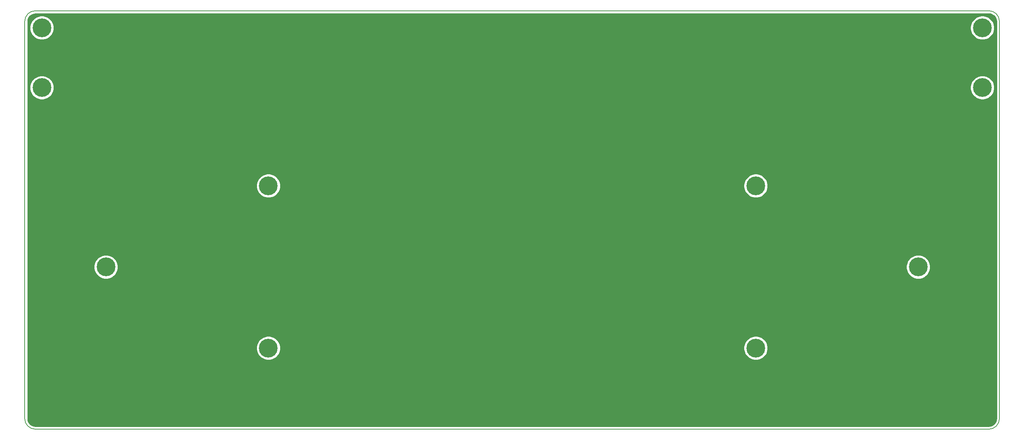
<source format=gbr>
%TF.GenerationSoftware,KiCad,Pcbnew,(5.1.2-1)-1*%
%TF.CreationDate,2019-08-21T16:13:26-07:00*%
%TF.ProjectId,plaid_bottom,706c6169-645f-4626-9f74-746f6d2e6b69,rev?*%
%TF.SameCoordinates,PX2faf080PY2faf080*%
%TF.FileFunction,Copper,L2,Bot*%
%TF.FilePolarity,Positive*%
%FSLAX46Y46*%
G04 Gerber Fmt 4.6, Leading zero omitted, Abs format (unit mm)*
G04 Created by KiCad (PCBNEW (5.1.2-1)-1) date 2019-08-21 16:13:26*
%MOMM*%
%LPD*%
G04 APERTURE LIST*
%ADD10C,0.150000*%
%ADD11C,4.400000*%
%ADD12C,0.254000*%
G04 APERTURE END LIST*
D10*
X2500000Y-98000000D02*
G75*
G02X0Y-95500000I0J2500000D01*
G01*
X228000000Y-95500000D02*
G75*
G02X225500000Y-98000000I-2500000J0D01*
G01*
X225500000Y0D02*
G75*
G02X228000000Y-2500000I0J-2500000D01*
G01*
X0Y-2500000D02*
G75*
G02X2500000Y0I2500000J0D01*
G01*
X0Y-95500000D02*
X0Y-2500000D01*
X225500000Y-98000000D02*
X2500000Y-98000000D01*
X228000000Y-2500000D02*
X228000000Y-95500000D01*
X194500000Y0D02*
X225500000Y0D01*
X194500000Y0D02*
X2500000Y0D01*
D11*
X4000000Y-4000000D03*
X4000000Y-18000000D03*
X224000000Y-4000000D03*
X224000000Y-18000000D03*
X19000000Y-60000000D03*
X57000000Y-41000000D03*
X57000000Y-79000000D03*
X171000000Y-41000000D03*
X171000000Y-79000000D03*
X209000000Y-60000000D03*
D12*
G36*
X225847018Y-747430D02*
G01*
X226180819Y-848211D01*
X226488687Y-1011907D01*
X226758896Y-1232284D01*
X226981157Y-1500952D01*
X227146995Y-1807663D01*
X227250104Y-2140753D01*
X227290000Y-2520341D01*
X227290001Y-95465270D01*
X227252571Y-95847016D01*
X227151789Y-96180818D01*
X226988093Y-96488687D01*
X226767716Y-96758897D01*
X226499052Y-96981154D01*
X226192337Y-97146995D01*
X225859246Y-97250104D01*
X225479659Y-97290000D01*
X2534720Y-97290000D01*
X2152984Y-97252571D01*
X1819182Y-97151789D01*
X1511313Y-96988093D01*
X1241103Y-96767716D01*
X1018846Y-96499052D01*
X853005Y-96192337D01*
X749896Y-95859246D01*
X710000Y-95479659D01*
X710000Y-78720777D01*
X54165000Y-78720777D01*
X54165000Y-79279223D01*
X54273948Y-79826939D01*
X54487656Y-80342876D01*
X54797912Y-80807207D01*
X55192793Y-81202088D01*
X55657124Y-81512344D01*
X56173061Y-81726052D01*
X56720777Y-81835000D01*
X57279223Y-81835000D01*
X57826939Y-81726052D01*
X58342876Y-81512344D01*
X58807207Y-81202088D01*
X59202088Y-80807207D01*
X59512344Y-80342876D01*
X59726052Y-79826939D01*
X59835000Y-79279223D01*
X59835000Y-78720777D01*
X168165000Y-78720777D01*
X168165000Y-79279223D01*
X168273948Y-79826939D01*
X168487656Y-80342876D01*
X168797912Y-80807207D01*
X169192793Y-81202088D01*
X169657124Y-81512344D01*
X170173061Y-81726052D01*
X170720777Y-81835000D01*
X171279223Y-81835000D01*
X171826939Y-81726052D01*
X172342876Y-81512344D01*
X172807207Y-81202088D01*
X173202088Y-80807207D01*
X173512344Y-80342876D01*
X173726052Y-79826939D01*
X173835000Y-79279223D01*
X173835000Y-78720777D01*
X173726052Y-78173061D01*
X173512344Y-77657124D01*
X173202088Y-77192793D01*
X172807207Y-76797912D01*
X172342876Y-76487656D01*
X171826939Y-76273948D01*
X171279223Y-76165000D01*
X170720777Y-76165000D01*
X170173061Y-76273948D01*
X169657124Y-76487656D01*
X169192793Y-76797912D01*
X168797912Y-77192793D01*
X168487656Y-77657124D01*
X168273948Y-78173061D01*
X168165000Y-78720777D01*
X59835000Y-78720777D01*
X59726052Y-78173061D01*
X59512344Y-77657124D01*
X59202088Y-77192793D01*
X58807207Y-76797912D01*
X58342876Y-76487656D01*
X57826939Y-76273948D01*
X57279223Y-76165000D01*
X56720777Y-76165000D01*
X56173061Y-76273948D01*
X55657124Y-76487656D01*
X55192793Y-76797912D01*
X54797912Y-77192793D01*
X54487656Y-77657124D01*
X54273948Y-78173061D01*
X54165000Y-78720777D01*
X710000Y-78720777D01*
X710000Y-59720777D01*
X16165000Y-59720777D01*
X16165000Y-60279223D01*
X16273948Y-60826939D01*
X16487656Y-61342876D01*
X16797912Y-61807207D01*
X17192793Y-62202088D01*
X17657124Y-62512344D01*
X18173061Y-62726052D01*
X18720777Y-62835000D01*
X19279223Y-62835000D01*
X19826939Y-62726052D01*
X20342876Y-62512344D01*
X20807207Y-62202088D01*
X21202088Y-61807207D01*
X21512344Y-61342876D01*
X21726052Y-60826939D01*
X21835000Y-60279223D01*
X21835000Y-59720777D01*
X206165000Y-59720777D01*
X206165000Y-60279223D01*
X206273948Y-60826939D01*
X206487656Y-61342876D01*
X206797912Y-61807207D01*
X207192793Y-62202088D01*
X207657124Y-62512344D01*
X208173061Y-62726052D01*
X208720777Y-62835000D01*
X209279223Y-62835000D01*
X209826939Y-62726052D01*
X210342876Y-62512344D01*
X210807207Y-62202088D01*
X211202088Y-61807207D01*
X211512344Y-61342876D01*
X211726052Y-60826939D01*
X211835000Y-60279223D01*
X211835000Y-59720777D01*
X211726052Y-59173061D01*
X211512344Y-58657124D01*
X211202088Y-58192793D01*
X210807207Y-57797912D01*
X210342876Y-57487656D01*
X209826939Y-57273948D01*
X209279223Y-57165000D01*
X208720777Y-57165000D01*
X208173061Y-57273948D01*
X207657124Y-57487656D01*
X207192793Y-57797912D01*
X206797912Y-58192793D01*
X206487656Y-58657124D01*
X206273948Y-59173061D01*
X206165000Y-59720777D01*
X21835000Y-59720777D01*
X21726052Y-59173061D01*
X21512344Y-58657124D01*
X21202088Y-58192793D01*
X20807207Y-57797912D01*
X20342876Y-57487656D01*
X19826939Y-57273948D01*
X19279223Y-57165000D01*
X18720777Y-57165000D01*
X18173061Y-57273948D01*
X17657124Y-57487656D01*
X17192793Y-57797912D01*
X16797912Y-58192793D01*
X16487656Y-58657124D01*
X16273948Y-59173061D01*
X16165000Y-59720777D01*
X710000Y-59720777D01*
X710000Y-40720777D01*
X54165000Y-40720777D01*
X54165000Y-41279223D01*
X54273948Y-41826939D01*
X54487656Y-42342876D01*
X54797912Y-42807207D01*
X55192793Y-43202088D01*
X55657124Y-43512344D01*
X56173061Y-43726052D01*
X56720777Y-43835000D01*
X57279223Y-43835000D01*
X57826939Y-43726052D01*
X58342876Y-43512344D01*
X58807207Y-43202088D01*
X59202088Y-42807207D01*
X59512344Y-42342876D01*
X59726052Y-41826939D01*
X59835000Y-41279223D01*
X59835000Y-40720777D01*
X168165000Y-40720777D01*
X168165000Y-41279223D01*
X168273948Y-41826939D01*
X168487656Y-42342876D01*
X168797912Y-42807207D01*
X169192793Y-43202088D01*
X169657124Y-43512344D01*
X170173061Y-43726052D01*
X170720777Y-43835000D01*
X171279223Y-43835000D01*
X171826939Y-43726052D01*
X172342876Y-43512344D01*
X172807207Y-43202088D01*
X173202088Y-42807207D01*
X173512344Y-42342876D01*
X173726052Y-41826939D01*
X173835000Y-41279223D01*
X173835000Y-40720777D01*
X173726052Y-40173061D01*
X173512344Y-39657124D01*
X173202088Y-39192793D01*
X172807207Y-38797912D01*
X172342876Y-38487656D01*
X171826939Y-38273948D01*
X171279223Y-38165000D01*
X170720777Y-38165000D01*
X170173061Y-38273948D01*
X169657124Y-38487656D01*
X169192793Y-38797912D01*
X168797912Y-39192793D01*
X168487656Y-39657124D01*
X168273948Y-40173061D01*
X168165000Y-40720777D01*
X59835000Y-40720777D01*
X59726052Y-40173061D01*
X59512344Y-39657124D01*
X59202088Y-39192793D01*
X58807207Y-38797912D01*
X58342876Y-38487656D01*
X57826939Y-38273948D01*
X57279223Y-38165000D01*
X56720777Y-38165000D01*
X56173061Y-38273948D01*
X55657124Y-38487656D01*
X55192793Y-38797912D01*
X54797912Y-39192793D01*
X54487656Y-39657124D01*
X54273948Y-40173061D01*
X54165000Y-40720777D01*
X710000Y-40720777D01*
X710000Y-17720777D01*
X1165000Y-17720777D01*
X1165000Y-18279223D01*
X1273948Y-18826939D01*
X1487656Y-19342876D01*
X1797912Y-19807207D01*
X2192793Y-20202088D01*
X2657124Y-20512344D01*
X3173061Y-20726052D01*
X3720777Y-20835000D01*
X4279223Y-20835000D01*
X4826939Y-20726052D01*
X5342876Y-20512344D01*
X5807207Y-20202088D01*
X6202088Y-19807207D01*
X6512344Y-19342876D01*
X6726052Y-18826939D01*
X6835000Y-18279223D01*
X6835000Y-17720777D01*
X221165000Y-17720777D01*
X221165000Y-18279223D01*
X221273948Y-18826939D01*
X221487656Y-19342876D01*
X221797912Y-19807207D01*
X222192793Y-20202088D01*
X222657124Y-20512344D01*
X223173061Y-20726052D01*
X223720777Y-20835000D01*
X224279223Y-20835000D01*
X224826939Y-20726052D01*
X225342876Y-20512344D01*
X225807207Y-20202088D01*
X226202088Y-19807207D01*
X226512344Y-19342876D01*
X226726052Y-18826939D01*
X226835000Y-18279223D01*
X226835000Y-17720777D01*
X226726052Y-17173061D01*
X226512344Y-16657124D01*
X226202088Y-16192793D01*
X225807207Y-15797912D01*
X225342876Y-15487656D01*
X224826939Y-15273948D01*
X224279223Y-15165000D01*
X223720777Y-15165000D01*
X223173061Y-15273948D01*
X222657124Y-15487656D01*
X222192793Y-15797912D01*
X221797912Y-16192793D01*
X221487656Y-16657124D01*
X221273948Y-17173061D01*
X221165000Y-17720777D01*
X6835000Y-17720777D01*
X6726052Y-17173061D01*
X6512344Y-16657124D01*
X6202088Y-16192793D01*
X5807207Y-15797912D01*
X5342876Y-15487656D01*
X4826939Y-15273948D01*
X4279223Y-15165000D01*
X3720777Y-15165000D01*
X3173061Y-15273948D01*
X2657124Y-15487656D01*
X2192793Y-15797912D01*
X1797912Y-16192793D01*
X1487656Y-16657124D01*
X1273948Y-17173061D01*
X1165000Y-17720777D01*
X710000Y-17720777D01*
X710000Y-3720777D01*
X1165000Y-3720777D01*
X1165000Y-4279223D01*
X1273948Y-4826939D01*
X1487656Y-5342876D01*
X1797912Y-5807207D01*
X2192793Y-6202088D01*
X2657124Y-6512344D01*
X3173061Y-6726052D01*
X3720777Y-6835000D01*
X4279223Y-6835000D01*
X4826939Y-6726052D01*
X5342876Y-6512344D01*
X5807207Y-6202088D01*
X6202088Y-5807207D01*
X6512344Y-5342876D01*
X6726052Y-4826939D01*
X6835000Y-4279223D01*
X6835000Y-3720777D01*
X221165000Y-3720777D01*
X221165000Y-4279223D01*
X221273948Y-4826939D01*
X221487656Y-5342876D01*
X221797912Y-5807207D01*
X222192793Y-6202088D01*
X222657124Y-6512344D01*
X223173061Y-6726052D01*
X223720777Y-6835000D01*
X224279223Y-6835000D01*
X224826939Y-6726052D01*
X225342876Y-6512344D01*
X225807207Y-6202088D01*
X226202088Y-5807207D01*
X226512344Y-5342876D01*
X226726052Y-4826939D01*
X226835000Y-4279223D01*
X226835000Y-3720777D01*
X226726052Y-3173061D01*
X226512344Y-2657124D01*
X226202088Y-2192793D01*
X225807207Y-1797912D01*
X225342876Y-1487656D01*
X224826939Y-1273948D01*
X224279223Y-1165000D01*
X223720777Y-1165000D01*
X223173061Y-1273948D01*
X222657124Y-1487656D01*
X222192793Y-1797912D01*
X221797912Y-2192793D01*
X221487656Y-2657124D01*
X221273948Y-3173061D01*
X221165000Y-3720777D01*
X6835000Y-3720777D01*
X6726052Y-3173061D01*
X6512344Y-2657124D01*
X6202088Y-2192793D01*
X5807207Y-1797912D01*
X5342876Y-1487656D01*
X4826939Y-1273948D01*
X4279223Y-1165000D01*
X3720777Y-1165000D01*
X3173061Y-1273948D01*
X2657124Y-1487656D01*
X2192793Y-1797912D01*
X1797912Y-2192793D01*
X1487656Y-2657124D01*
X1273948Y-3173061D01*
X1165000Y-3720777D01*
X710000Y-3720777D01*
X710000Y-2534721D01*
X747430Y-2152982D01*
X848211Y-1819181D01*
X1011907Y-1511313D01*
X1232284Y-1241104D01*
X1500952Y-1018843D01*
X1807663Y-853005D01*
X2140753Y-749896D01*
X2520341Y-710000D01*
X225465279Y-710000D01*
X225847018Y-747430D01*
X225847018Y-747430D01*
G37*
X225847018Y-747430D02*
X226180819Y-848211D01*
X226488687Y-1011907D01*
X226758896Y-1232284D01*
X226981157Y-1500952D01*
X227146995Y-1807663D01*
X227250104Y-2140753D01*
X227290000Y-2520341D01*
X227290001Y-95465270D01*
X227252571Y-95847016D01*
X227151789Y-96180818D01*
X226988093Y-96488687D01*
X226767716Y-96758897D01*
X226499052Y-96981154D01*
X226192337Y-97146995D01*
X225859246Y-97250104D01*
X225479659Y-97290000D01*
X2534720Y-97290000D01*
X2152984Y-97252571D01*
X1819182Y-97151789D01*
X1511313Y-96988093D01*
X1241103Y-96767716D01*
X1018846Y-96499052D01*
X853005Y-96192337D01*
X749896Y-95859246D01*
X710000Y-95479659D01*
X710000Y-78720777D01*
X54165000Y-78720777D01*
X54165000Y-79279223D01*
X54273948Y-79826939D01*
X54487656Y-80342876D01*
X54797912Y-80807207D01*
X55192793Y-81202088D01*
X55657124Y-81512344D01*
X56173061Y-81726052D01*
X56720777Y-81835000D01*
X57279223Y-81835000D01*
X57826939Y-81726052D01*
X58342876Y-81512344D01*
X58807207Y-81202088D01*
X59202088Y-80807207D01*
X59512344Y-80342876D01*
X59726052Y-79826939D01*
X59835000Y-79279223D01*
X59835000Y-78720777D01*
X168165000Y-78720777D01*
X168165000Y-79279223D01*
X168273948Y-79826939D01*
X168487656Y-80342876D01*
X168797912Y-80807207D01*
X169192793Y-81202088D01*
X169657124Y-81512344D01*
X170173061Y-81726052D01*
X170720777Y-81835000D01*
X171279223Y-81835000D01*
X171826939Y-81726052D01*
X172342876Y-81512344D01*
X172807207Y-81202088D01*
X173202088Y-80807207D01*
X173512344Y-80342876D01*
X173726052Y-79826939D01*
X173835000Y-79279223D01*
X173835000Y-78720777D01*
X173726052Y-78173061D01*
X173512344Y-77657124D01*
X173202088Y-77192793D01*
X172807207Y-76797912D01*
X172342876Y-76487656D01*
X171826939Y-76273948D01*
X171279223Y-76165000D01*
X170720777Y-76165000D01*
X170173061Y-76273948D01*
X169657124Y-76487656D01*
X169192793Y-76797912D01*
X168797912Y-77192793D01*
X168487656Y-77657124D01*
X168273948Y-78173061D01*
X168165000Y-78720777D01*
X59835000Y-78720777D01*
X59726052Y-78173061D01*
X59512344Y-77657124D01*
X59202088Y-77192793D01*
X58807207Y-76797912D01*
X58342876Y-76487656D01*
X57826939Y-76273948D01*
X57279223Y-76165000D01*
X56720777Y-76165000D01*
X56173061Y-76273948D01*
X55657124Y-76487656D01*
X55192793Y-76797912D01*
X54797912Y-77192793D01*
X54487656Y-77657124D01*
X54273948Y-78173061D01*
X54165000Y-78720777D01*
X710000Y-78720777D01*
X710000Y-59720777D01*
X16165000Y-59720777D01*
X16165000Y-60279223D01*
X16273948Y-60826939D01*
X16487656Y-61342876D01*
X16797912Y-61807207D01*
X17192793Y-62202088D01*
X17657124Y-62512344D01*
X18173061Y-62726052D01*
X18720777Y-62835000D01*
X19279223Y-62835000D01*
X19826939Y-62726052D01*
X20342876Y-62512344D01*
X20807207Y-62202088D01*
X21202088Y-61807207D01*
X21512344Y-61342876D01*
X21726052Y-60826939D01*
X21835000Y-60279223D01*
X21835000Y-59720777D01*
X206165000Y-59720777D01*
X206165000Y-60279223D01*
X206273948Y-60826939D01*
X206487656Y-61342876D01*
X206797912Y-61807207D01*
X207192793Y-62202088D01*
X207657124Y-62512344D01*
X208173061Y-62726052D01*
X208720777Y-62835000D01*
X209279223Y-62835000D01*
X209826939Y-62726052D01*
X210342876Y-62512344D01*
X210807207Y-62202088D01*
X211202088Y-61807207D01*
X211512344Y-61342876D01*
X211726052Y-60826939D01*
X211835000Y-60279223D01*
X211835000Y-59720777D01*
X211726052Y-59173061D01*
X211512344Y-58657124D01*
X211202088Y-58192793D01*
X210807207Y-57797912D01*
X210342876Y-57487656D01*
X209826939Y-57273948D01*
X209279223Y-57165000D01*
X208720777Y-57165000D01*
X208173061Y-57273948D01*
X207657124Y-57487656D01*
X207192793Y-57797912D01*
X206797912Y-58192793D01*
X206487656Y-58657124D01*
X206273948Y-59173061D01*
X206165000Y-59720777D01*
X21835000Y-59720777D01*
X21726052Y-59173061D01*
X21512344Y-58657124D01*
X21202088Y-58192793D01*
X20807207Y-57797912D01*
X20342876Y-57487656D01*
X19826939Y-57273948D01*
X19279223Y-57165000D01*
X18720777Y-57165000D01*
X18173061Y-57273948D01*
X17657124Y-57487656D01*
X17192793Y-57797912D01*
X16797912Y-58192793D01*
X16487656Y-58657124D01*
X16273948Y-59173061D01*
X16165000Y-59720777D01*
X710000Y-59720777D01*
X710000Y-40720777D01*
X54165000Y-40720777D01*
X54165000Y-41279223D01*
X54273948Y-41826939D01*
X54487656Y-42342876D01*
X54797912Y-42807207D01*
X55192793Y-43202088D01*
X55657124Y-43512344D01*
X56173061Y-43726052D01*
X56720777Y-43835000D01*
X57279223Y-43835000D01*
X57826939Y-43726052D01*
X58342876Y-43512344D01*
X58807207Y-43202088D01*
X59202088Y-42807207D01*
X59512344Y-42342876D01*
X59726052Y-41826939D01*
X59835000Y-41279223D01*
X59835000Y-40720777D01*
X168165000Y-40720777D01*
X168165000Y-41279223D01*
X168273948Y-41826939D01*
X168487656Y-42342876D01*
X168797912Y-42807207D01*
X169192793Y-43202088D01*
X169657124Y-43512344D01*
X170173061Y-43726052D01*
X170720777Y-43835000D01*
X171279223Y-43835000D01*
X171826939Y-43726052D01*
X172342876Y-43512344D01*
X172807207Y-43202088D01*
X173202088Y-42807207D01*
X173512344Y-42342876D01*
X173726052Y-41826939D01*
X173835000Y-41279223D01*
X173835000Y-40720777D01*
X173726052Y-40173061D01*
X173512344Y-39657124D01*
X173202088Y-39192793D01*
X172807207Y-38797912D01*
X172342876Y-38487656D01*
X171826939Y-38273948D01*
X171279223Y-38165000D01*
X170720777Y-38165000D01*
X170173061Y-38273948D01*
X169657124Y-38487656D01*
X169192793Y-38797912D01*
X168797912Y-39192793D01*
X168487656Y-39657124D01*
X168273948Y-40173061D01*
X168165000Y-40720777D01*
X59835000Y-40720777D01*
X59726052Y-40173061D01*
X59512344Y-39657124D01*
X59202088Y-39192793D01*
X58807207Y-38797912D01*
X58342876Y-38487656D01*
X57826939Y-38273948D01*
X57279223Y-38165000D01*
X56720777Y-38165000D01*
X56173061Y-38273948D01*
X55657124Y-38487656D01*
X55192793Y-38797912D01*
X54797912Y-39192793D01*
X54487656Y-39657124D01*
X54273948Y-40173061D01*
X54165000Y-40720777D01*
X710000Y-40720777D01*
X710000Y-17720777D01*
X1165000Y-17720777D01*
X1165000Y-18279223D01*
X1273948Y-18826939D01*
X1487656Y-19342876D01*
X1797912Y-19807207D01*
X2192793Y-20202088D01*
X2657124Y-20512344D01*
X3173061Y-20726052D01*
X3720777Y-20835000D01*
X4279223Y-20835000D01*
X4826939Y-20726052D01*
X5342876Y-20512344D01*
X5807207Y-20202088D01*
X6202088Y-19807207D01*
X6512344Y-19342876D01*
X6726052Y-18826939D01*
X6835000Y-18279223D01*
X6835000Y-17720777D01*
X221165000Y-17720777D01*
X221165000Y-18279223D01*
X221273948Y-18826939D01*
X221487656Y-19342876D01*
X221797912Y-19807207D01*
X222192793Y-20202088D01*
X222657124Y-20512344D01*
X223173061Y-20726052D01*
X223720777Y-20835000D01*
X224279223Y-20835000D01*
X224826939Y-20726052D01*
X225342876Y-20512344D01*
X225807207Y-20202088D01*
X226202088Y-19807207D01*
X226512344Y-19342876D01*
X226726052Y-18826939D01*
X226835000Y-18279223D01*
X226835000Y-17720777D01*
X226726052Y-17173061D01*
X226512344Y-16657124D01*
X226202088Y-16192793D01*
X225807207Y-15797912D01*
X225342876Y-15487656D01*
X224826939Y-15273948D01*
X224279223Y-15165000D01*
X223720777Y-15165000D01*
X223173061Y-15273948D01*
X222657124Y-15487656D01*
X222192793Y-15797912D01*
X221797912Y-16192793D01*
X221487656Y-16657124D01*
X221273948Y-17173061D01*
X221165000Y-17720777D01*
X6835000Y-17720777D01*
X6726052Y-17173061D01*
X6512344Y-16657124D01*
X6202088Y-16192793D01*
X5807207Y-15797912D01*
X5342876Y-15487656D01*
X4826939Y-15273948D01*
X4279223Y-15165000D01*
X3720777Y-15165000D01*
X3173061Y-15273948D01*
X2657124Y-15487656D01*
X2192793Y-15797912D01*
X1797912Y-16192793D01*
X1487656Y-16657124D01*
X1273948Y-17173061D01*
X1165000Y-17720777D01*
X710000Y-17720777D01*
X710000Y-3720777D01*
X1165000Y-3720777D01*
X1165000Y-4279223D01*
X1273948Y-4826939D01*
X1487656Y-5342876D01*
X1797912Y-5807207D01*
X2192793Y-6202088D01*
X2657124Y-6512344D01*
X3173061Y-6726052D01*
X3720777Y-6835000D01*
X4279223Y-6835000D01*
X4826939Y-6726052D01*
X5342876Y-6512344D01*
X5807207Y-6202088D01*
X6202088Y-5807207D01*
X6512344Y-5342876D01*
X6726052Y-4826939D01*
X6835000Y-4279223D01*
X6835000Y-3720777D01*
X221165000Y-3720777D01*
X221165000Y-4279223D01*
X221273948Y-4826939D01*
X221487656Y-5342876D01*
X221797912Y-5807207D01*
X222192793Y-6202088D01*
X222657124Y-6512344D01*
X223173061Y-6726052D01*
X223720777Y-6835000D01*
X224279223Y-6835000D01*
X224826939Y-6726052D01*
X225342876Y-6512344D01*
X225807207Y-6202088D01*
X226202088Y-5807207D01*
X226512344Y-5342876D01*
X226726052Y-4826939D01*
X226835000Y-4279223D01*
X226835000Y-3720777D01*
X226726052Y-3173061D01*
X226512344Y-2657124D01*
X226202088Y-2192793D01*
X225807207Y-1797912D01*
X225342876Y-1487656D01*
X224826939Y-1273948D01*
X224279223Y-1165000D01*
X223720777Y-1165000D01*
X223173061Y-1273948D01*
X222657124Y-1487656D01*
X222192793Y-1797912D01*
X221797912Y-2192793D01*
X221487656Y-2657124D01*
X221273948Y-3173061D01*
X221165000Y-3720777D01*
X6835000Y-3720777D01*
X6726052Y-3173061D01*
X6512344Y-2657124D01*
X6202088Y-2192793D01*
X5807207Y-1797912D01*
X5342876Y-1487656D01*
X4826939Y-1273948D01*
X4279223Y-1165000D01*
X3720777Y-1165000D01*
X3173061Y-1273948D01*
X2657124Y-1487656D01*
X2192793Y-1797912D01*
X1797912Y-2192793D01*
X1487656Y-2657124D01*
X1273948Y-3173061D01*
X1165000Y-3720777D01*
X710000Y-3720777D01*
X710000Y-2534721D01*
X747430Y-2152982D01*
X848211Y-1819181D01*
X1011907Y-1511313D01*
X1232284Y-1241104D01*
X1500952Y-1018843D01*
X1807663Y-853005D01*
X2140753Y-749896D01*
X2520341Y-710000D01*
X225465279Y-710000D01*
X225847018Y-747430D01*
M02*

</source>
